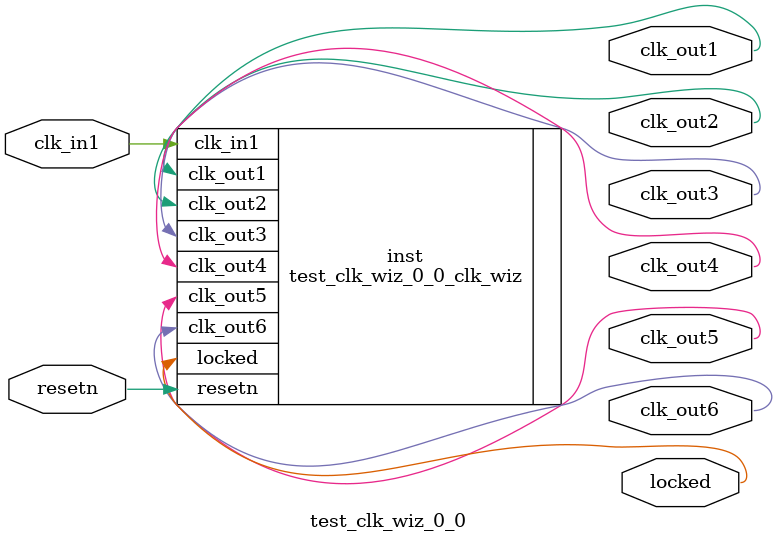
<source format=v>


`timescale 1ps/1ps

(* CORE_GENERATION_INFO = "test_clk_wiz_0_0,clk_wiz_v6_0_3_0_0,{component_name=test_clk_wiz_0_0,use_phase_alignment=true,use_min_o_jitter=false,use_max_i_jitter=false,use_dyn_phase_shift=false,use_inclk_switchover=false,use_dyn_reconfig=false,enable_axi=0,feedback_source=FDBK_AUTO,PRIMITIVE=MMCM,num_out_clk=6,clkin1_period=40.000,clkin2_period=10.0,use_power_down=false,use_reset=true,use_locked=true,use_inclk_stopped=false,feedback_type=SINGLE,CLOCK_MGR_TYPE=NA,manual_override=false}" *)

module test_clk_wiz_0_0 
 (
  // Clock out ports
  output        clk_out1,
  output        clk_out2,
  output        clk_out3,
  output        clk_out4,
  output        clk_out5,
  output        clk_out6,
  // Status and control signals
  input         resetn,
  output        locked,
 // Clock in ports
  input         clk_in1
 );

  test_clk_wiz_0_0_clk_wiz inst
  (
  // Clock out ports  
  .clk_out1(clk_out1),
  .clk_out2(clk_out2),
  .clk_out3(clk_out3),
  .clk_out4(clk_out4),
  .clk_out5(clk_out5),
  .clk_out6(clk_out6),
  // Status and control signals               
  .resetn(resetn), 
  .locked(locked),
 // Clock in ports
  .clk_in1(clk_in1)
  );

endmodule

</source>
